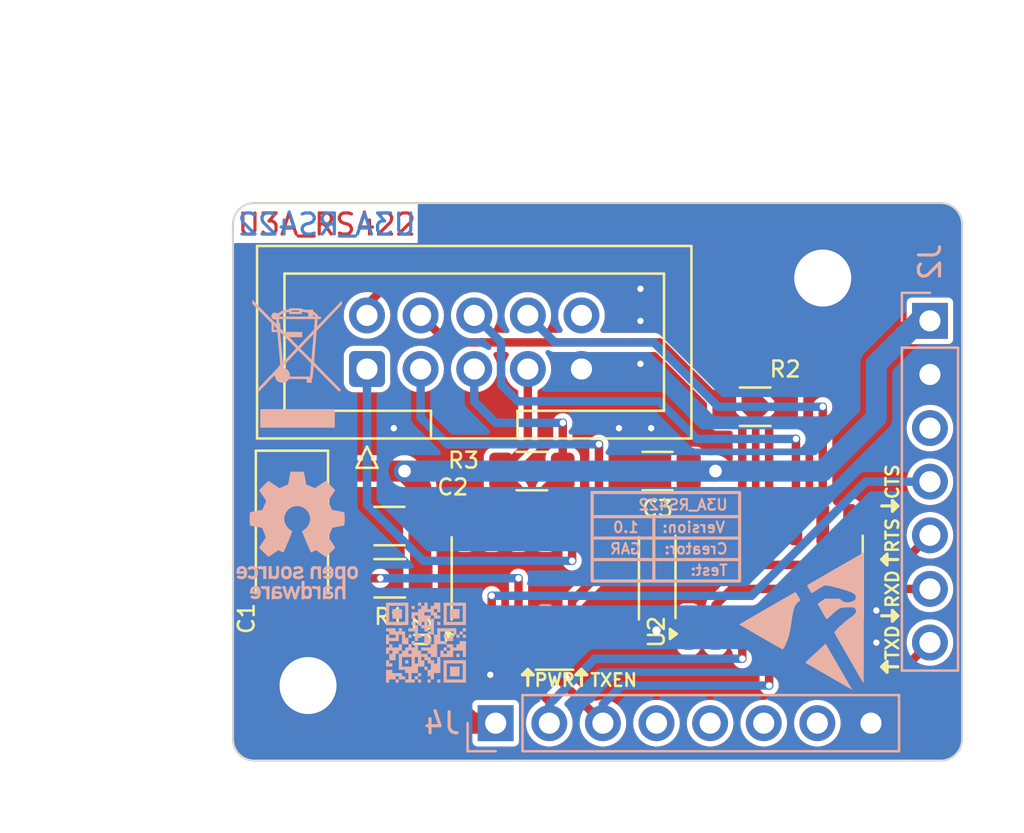
<source format=kicad_pcb>
(kicad_pcb (version 20221018) (generator pcbnew)
  (title_block (title "${acronym} - ${title}") (date "${date}") (rev "${revision}") (company "${company}") (comment 1 "${creator}") (comment 2 "${license}"))
  (layers (0 "F.Cu" signal) (31 "B.Cu" signal) (34 "B.Paste" user) (35 "F.Paste" user) (36 "B.SilkS" user "B.Silkscreen") (37 "F.SilkS" user "F.Silkscreen") (38 "B.Mask" user) (39 "F.Mask" user) (44 "Edge.Cuts" user))
  (property "acronym" "U3A_RS422")
  (property "company" "HTL-Rankweil")
  (property "creator" "GAR")
  (property "date" "1337-13-37")
  (property "license" "CC BY-NC-SA 4.0")
  (property "link" "github.com/htl-rankweil")
  (property "revision" "1.0")
  (property "title" "U3A - RS422-Adapter")
  (net 0 "")
  (net 1 "GND")
  (net 2 "/TXD-")
  (net 3 "VCC")
  (net 4 "/RXD-")
  (net 5 "/TXD+")
  (net 6 "/RXD+")
  (net 7 "/RTS-")
  (net 8 "/CTS-")
  (net 9 "/DTR")
  (net 10 "/DCR")
  (net 11 "/DCD")
  (net 12 "/RI")
  (net 13 "/CBUS2")
  (net 14 "/CBUS3")
  (net 15 "unconnected-(J2-Pin_3-Pad3)")
  (net 16 "/CTS")
  (net 17 "/RTS")
  (net 18 "/RXD")
  (net 19 "/TXD")
  (net 20 "/RTS+")
  (net 21 "/CTS+")
  (footprint "MountingHole:MountingHole_2.7mm_M2.5_Pad" (layer "F.Cu") (at 148.336 99.06)
    (fp_text reference "H1" hide)
    (fp_text value "MountingHole_Pad" hide)
    (pad "1" thru_hole circle (at 0 0) (size 5.4 5.4) (drill 2.7) (layers "*.Cu" "*.Mask") (net 1 "GND"))
  )
  (footprint "Resistor_SMD:R_1206_3216Metric" (layer "F.Cu") (at 158.9425 88.9 180)
    (fp_text reference "R3" (at 3.2405 0.508) (layer "F.SilkS") (effects (font (size 0.75 0.75) (thickness 0.12))))
    (fp_text value "120")
    (pad "1" smd roundrect (at -1.4625 0 180) (size 1.125 1.75) (layers "F.Cu" "F.Paste" "F.Mask") (roundrect_rratio 0.2222222222) (net 8 "/CTS-"))
    (pad "2" smd roundrect (at 1.4625 0 180) (size 1.125 1.75) (layers "F.Cu" "F.Paste" "F.Mask") (roundrect_rratio 0.2222222222) (net 21 "/CTS+"))
  )
  (footprint "Capacitor_SMD:C_1206_3216Metric" (layer "F.Cu") (at 164.895 88.9)
    (fp_text reference "C3" (at 0 1.778) (layer "F.SilkS") (effects (font (size 0.75 0.75) (thickness 0.12))))
    (fp_text value "100n")
    (pad "1" smd roundrect (at -1.475 0) (size 1.15 1.8) (layers "F.Cu" "F.Paste" "F.Mask") (roundrect_rratio 0.2173913043) (net 1 "GND"))
    (pad "2" smd roundrect (at 1.475 0) (size 1.15 1.8) (layers "F.Cu" "F.Paste" "F.Mask") (roundrect_rratio 0.2173913043) (net 3 "VCC"))
  )
  (footprint "Resistor_SMD:R_1206_3216Metric" (layer "F.Cu") (at 152.2075 93.98 180)
    (fp_text reference "R1" (at 0 -1.82) (layer "F.SilkS") (effects (font (size 0.75 0.75) (thickness 0.12))))
    (fp_text value "10k")
    (pad "1" smd roundrect (at -1.4625 0 180) (size 1.125 1.75) (layers "F.Cu" "F.Paste" "F.Mask") (roundrect_rratio 0.2222222222) (net 3 "VCC"))
    (pad "2" smd roundrect (at 1.4625 0 180) (size 1.125 1.75) (layers "F.Cu" "F.Paste" "F.Mask") (roundrect_rratio 0.2222222222) (net 14 "/CBUS3"))
  )
  (footprint "Capacitor_SMD:C_1206_3216Metric" (layer "F.Cu") (at 152.195 91.505)
    (fp_text reference "C2" (at 2.999 -1.843) (layer "F.SilkS") (effects (font (size 0.75 0.75) (thickness 0.12))))
    (fp_text value "100n")
    (pad "1" smd roundrect (at -1.475 0) (size 1.15 1.8) (layers "F.Cu" "F.Paste" "F.Mask") (roundrect_rratio 0.2173913043) (net 1 "GND"))
    (pad "2" smd roundrect (at 1.475 0) (size 1.15 1.8) (layers "F.Cu" "F.Paste" "F.Mask") (roundrect_rratio 0.2173913043) (net 3 "VCC"))
  )
  (footprint "Package_SO:SOIC-14_3.9x8.7mm_P1.27mm" (layer "F.Cu") (at 170.18 93.915 90)
    (fp_text reference "U2" (at -2.605 -5.334 90) (layer "F.SilkS") (effects (font (size 0.75 0.75) (thickness 0.12))))
    (fp_text value "THVD1452DR")
    (pad "1" smd roundrect (at -2.475 -3.81 90) (size 1.95 0.6) (layers "F.Cu" "F.Paste" "F.Mask"))
    (pad "2" smd roundrect (at -2.475 -2.54 90) (size 1.95 0.6) (layers "F.Cu" "F.Paste" "F.Mask") (net 18 "/RXD"))
    (pad "3" smd roundrect (at -2.475 -1.27 90) (size 1.95 0.6) (layers "F.Cu" "F.Paste" "F.Mask") (net 14 "/CBUS3"))
    (pad "4" smd roundrect (at -2.475 0 90) (size 1.95 0.6) (layers "F.Cu" "F.Paste" "F.Mask") (net 13 "/CBUS2"))
    (pad "5" smd roundrect (at -2.475 1.27 90) (size 1.95 0.6) (layers "F.Cu" "F.Paste" "F.Mask") (net 19 "/TXD"))
    (pad "6" smd roundrect (at -2.475 2.54 90) (size 1.95 0.6) (layers "F.Cu" "F.Paste" "F.Mask") (net 1 "GND"))
    (pad "7" smd roundrect (at -2.475 3.81 90) (size 1.95 0.6) (layers "F.Cu" "F.Paste" "F.Mask") (net 1 "GND"))
    (pad "8" smd roundrect (at 2.475 3.81 90) (size 1.95 0.6) (layers "F.Cu" "F.Paste" "F.Mask"))
    (pad "9" smd roundrect (at 2.475 2.54 90) (size 1.95 0.6) (layers "F.Cu" "F.Paste" "F.Mask") (net 5 "/TXD+"))
    (pad "10" smd roundrect (at 2.475 1.27 90) (size 1.95 0.6) (layers "F.Cu" "F.Paste" "F.Mask") (net 2 "/TXD-"))
    (pad "11" smd roundrect (at 2.475 0 90) (size 1.95 0.6) (layers "F.Cu" "F.Paste" "F.Mask") (net 4 "/RXD-"))
    (pad "12" smd roundrect (at 2.475 -1.27 90) (size 1.95 0.6) (layers "F.Cu" "F.Paste" "F.Mask") (net 6 "/RXD+"))
    (pad "13" smd roundrect (at 2.475 -2.54 90) (size 1.95 0.6) (layers "F.Cu" "F.Paste" "F.Mask") (net 3 "VCC"))
    (pad "14" smd roundrect (at 2.475 -3.81 90) (size 1.95 0.6) (layers "F.Cu" "F.Paste" "F.Mask") (net 3 "VCC"))
  )
  (footprint "Capacitor_Tantalum_SMD:CP_EIA-6032-28_Kemet-C" (layer "F.Cu") (at 147.574 91.694 -90)
    (fp_text reference "C1" (at 4.191 2.159 90) (layer "F.SilkS") (effects (font (size 0.75 0.75) (thickness 0.12))))
    (fp_text value "10u")
    (pad "1" smd roundrect (at -2.4625 0 270) (size 2.075 2.35) (layers "F.Cu" "F.Paste" "F.Mask") (roundrect_rratio 0.1204819277) (net 3 "VCC"))
    (pad "2" smd roundrect (at 2.4625 0 270) (size 2.075 2.35) (layers "F.Cu" "F.Paste" "F.Mask") (roundrect_rratio 0.1204819277) (net 1 "GND"))
  )
  (footprint "Connector_IDC:IDC-Header_2x05_P2.54mm_Vertical" (layer "F.Cu") (at 151.13 84.0645 90)
    (fp_text reference "J1" hide)
    (fp_text value "Conn_02x05_Odd_Even" hide)
    (pad "1" thru_hole roundrect (at 0 0 90) (size 1.7 1.7) (drill 1) (layers "*.Cu" "*.Mask") (roundrect_rratio 0.1470588235) (net 7 "/RTS-"))
    (pad "2" thru_hole circle (at 2.54 0 90) (size 1.7 1.7) (drill 1) (layers "*.Cu" "*.Mask") (net 4 "/RXD-"))
    (pad "3" thru_hole circle (at 0 2.54 90) (size 1.7 1.7) (drill 1) (layers "*.Cu" "*.Mask") (net 20 "/RTS+"))
    (pad "4" thru_hole circle (at 2.54 2.54 90) (size 1.7 1.7) (drill 1) (layers "*.Cu" "*.Mask") (net 6 "/RXD+"))
    (pad "5" thru_hole circle (at 0 5.08 90) (size 1.7 1.7) (drill 1) (layers "*.Cu" "*.Mask") (net 8 "/CTS-"))
    (pad "6" thru_hole circle (at 2.54 5.08 90) (size 1.7 1.7) (drill 1) (layers "*.Cu" "*.Mask") (net 2 "/TXD-"))
    (pad "7" thru_hole circle (at 0 7.62 90) (size 1.7 1.7) (drill 1) (layers "*.Cu" "*.Mask") (net 21 "/CTS+"))
    (pad "8" thru_hole circle (at 2.54 7.62 90) (size 1.7 1.7) (drill 1) (layers "*.Cu" "*.Mask") (net 5 "/TXD+"))
    (pad "9" thru_hole circle (at 0 10.16 90) (size 1.7 1.7) (drill 1) (layers "*.Cu" "*.Mask") (net 1 "GND"))
    (pad "10" thru_hole circle (at 2.54 10.16 90) (size 1.7 1.7) (drill 1) (layers "*.Cu" "*.Mask"))
  )
  (footprint "Package_SO:SOIC-14_3.9x8.7mm_P1.27mm" (layer "F.Cu") (at 159.5775 93.98 90)
    (fp_text reference "U3" (at -2.54 -5.8059 90) (layer "F.SilkS") (effects (font (size 0.75 0.75) (thickness 0.12))))
    (fp_text value "THVD1452DR")
    (pad "1" smd roundrect (at -2.475 -3.81 90) (size 1.95 0.6) (layers "F.Cu" "F.Paste" "F.Mask"))
    (pad "2" smd roundrect (at -2.475 -2.54 90) (size 1.95 0.6) (layers "F.Cu" "F.Paste" "F.Mask") (net 16 "/CTS"))
    (pad "3" smd roundrect (at -2.475 -1.27 90) (size 1.95 0.6) (layers "F.Cu" "F.Paste" "F.Mask") (net 14 "/CBUS3"))
    (pad "4" smd roundrect (at -2.475 0 90) (size 1.95 0.6) (layers "F.Cu" "F.Paste" "F.Mask") (net 13 "/CBUS2"))
    (pad "5" smd roundrect (at -2.475 1.27 90) (size 1.95 0.6) (layers "F.Cu" "F.Paste" "F.Mask") (net 17 "/RTS"))
    (pad "6" smd roundrect (at -2.475 2.54 90) (size 1.95 0.6) (layers "F.Cu" "F.Paste" "F.Mask") (net 1 "GND"))
    (pad "7" smd roundrect (at -2.475 3.81 90) (size 1.95 0.6) (layers "F.Cu" "F.Paste" "F.Mask") (net 1 "GND"))
    (pad "8" smd roundrect (at 2.475 3.81 90) (size 1.95 0.6) (layers "F.Cu" "F.Paste" "F.Mask"))
    (pad "9" smd roundrect (at 2.475 2.54 90) (size 1.95 0.6) (layers "F.Cu" "F.Paste" "F.Mask") (net 20 "/RTS+"))
    (pad "10" smd roundrect (at 2.475 1.27 90) (size 1.95 0.6) (layers "F.Cu" "F.Paste" "F.Mask") (net 7 "/RTS-"))
    (pad "11" smd roundrect (at 2.475 0 90) (size 1.95 0.6) (layers "F.Cu" "F.Paste" "F.Mask") (net 8 "/CTS-"))
    (pad "12" smd roundrect (at 2.475 -1.27 90) (size 1.95 0.6) (layers "F.Cu" "F.Paste" "F.Mask") (net 21 "/CTS+"))
    (pad "13" smd roundrect (at 2.475 -2.54 90) (size 1.95 0.6) (layers "F.Cu" "F.Paste" "F.Mask") (net 3 "VCC"))
    (pad "14" smd roundrect (at 2.475 -3.81 90) (size 1.95 0.6) (layers "F.Cu" "F.Paste" "F.Mask") (net 3 "VCC"))
  )
  (footprint "MountingHole:MountingHole_2.7mm_M2.5_Pad" (layer "F.Cu") (at 172.72 79.756)
    (fp_text reference "H2" hide)
    (fp_text value "MountingHole_Pad" hide)
    (pad "1" thru_hole circle (at 0 0) (size 5.4 5.4) (drill 2.7) (layers "*.Cu" "*.Mask") (net 1 "GND"))
  )
  (footprint "Resistor_SMD:R_1206_3216Metric" (layer "F.Cu") (at 169.5196 85.852 180)
    (fp_text reference "R2" (at -1.4224 1.778) (layer "F.SilkS") (effects (font (size 0.75 0.75) (thickness 0.12))))
    (fp_text value "120")
    (pad "1" smd roundrect (at -1.4625 0 180) (size 1.125 1.75) (layers "F.Cu" "F.Paste" "F.Mask") (roundrect_rratio 0.2222222222) (net 4 "/RXD-"))
    (pad "2" smd roundrect (at 1.4625 0 180) (size 1.125 1.75) (layers "F.Cu" "F.Paste" "F.Mask") (roundrect_rratio 0.2222222222) (net 6 "/RXD+"))
  )
  (footprint "Symbol:ESD-Logo_6.6x6mm_SilkScreen" (layer "B.Cu") (at 171.704 96.012 -90)
    (fp_text reference "FID1" hide)
    (fp_text value "ESD" hide)
  )
  (footprint "Symbol:WEEE-Logo_4.2x6mm_SilkScreen" (layer "B.Cu") (at 147.828 83.82 180)
    (fp_text reference "FID3" hide)
    (fp_text value "BIN" hide)
  )
  (footprint "Connector_PinSocket_2.54mm:PinSocket_1x08_P2.54mm_Vertical" (layer "B.Cu") (at 157.226 100.843618 -90)
    (fp_text reference "J4" (at 0 2.54 -180) (layer "B.SilkS") (effects (justify mirror)))
    (fp_text value "Conn_01x08_Socket" hide)
    (pad "1" thru_hole rect locked (at 0 0 270) (size 1.7 1.7) (drill 1) (layers "*.Cu" "*.Mask") (net 3 "VCC"))
    (pad "2" thru_hole oval locked (at 0 -2.54 270) (size 1.7 1.7) (drill 1) (layers "*.Cu" "*.Mask") (net 14 "/CBUS3"))
    (pad "3" thru_hole oval locked (at 0 -5.08 270) (size 1.7 1.7) (drill 1) (layers "*.Cu" "*.Mask") (net 13 "/CBUS2"))
    (pad "4" thru_hole oval locked (at 0 -7.62 270) (size 1.7 1.7) (drill 1) (layers "*.Cu" "*.Mask") (net 11 "/DCD"))
    (pad "5" thru_hole oval locked (at 0 -10.16 270) (size 1.7 1.7) (drill 1) (layers "*.Cu" "*.Mask") (net 9 "/DTR"))
    (pad "6" thru_hole oval locked (at 0 -12.7 270) (size 1.7 1.7) (drill 1) (layers "*.Cu" "*.Mask") (net 10 "/DCR"))
    (pad "7" thru_hole oval locked (at 0 -15.24 270) (size 1.7 1.7) (drill 1) (layers "*.Cu" "*.Mask") (net 12 "/RI"))
    (pad "8" thru_hole oval locked (at 0 -17.78 270) (size 1.7 1.7) (drill 1) (layers "*.Cu" "*.Mask") (net 1 "GND"))
  )
  (footprint "Connector_PinSocket_2.54mm:PinSocket_1x07_P2.54mm_Vertical" (layer "B.Cu") (at 177.8 81.783 180)
    (fp_text reference "J2" (at 0 2.789 90) (layer "B.SilkS") (effects (justify mirror)))
    (fp_text value "Conn_01x07_Socket" hide)
    (pad "1" thru_hole rect locked (at 0 0 180) (size 1.7 1.7) (drill 1) (layers "*.Cu" "*.Mask") (net 3 "VCC"))
    (pad "2" thru_hole oval locked (at 0 -2.54 180) (size 1.7 1.7) (drill 1) (layers "*.Cu" "*.Mask") (net 1 "GND"))
    (pad "3" thru_hole oval locked (at 0 -5.08 180) (size 1.7 1.7) (drill 1) (layers "*.Cu" "*.Mask") (net 15 "unconnected-(J2-Pin_3-Pad3)"))
    (pad "4" thru_hole oval locked (at 0 -7.62 180) (size 1.7 1.7) (drill 1) (layers "*.Cu" "*.Mask") (net 16 "/CTS"))
    (pad "5" thru_hole oval locked (at 0 -10.16 180) (size 1.7 1.7) (drill 1) (layers "*.Cu" "*.Mask") (net 17 "/RTS"))
    (pad "6" thru_hole oval locked (at 0 -12.7 180) (size 1.7 1.7) (drill 1) (layers "*.Cu" "*.Mask") (net 18 "/RXD"))
    (pad "7" thru_hole oval locked (at 0 -15.24 180) (size 1.7 1.7) (drill 1) (layers "*.Cu" "*.Mask") (net 19 "/TXD"))
  )
  (footprint "Symbol:OSHW-Logo_5.7x6mm_SilkScreen" (layer "B.Cu") (at 147.828 91.948 180)
    (fp_text reference "FID2" hide)
    (fp_text value "OH" hide)
  )
  (footprint "Images:QR_0x007e_very_small" (layer "B.Cu") (at 153.924 97.028 180)
    (fp_text reference "FID4" hide)
    (fp_text value "QR" hide)
  )
  (gr_line (start 164.719 94.107) (end 164.719 91.059) (stroke (width 0.15)) (layer "B.SilkS"))
  (gr_line (start 161.798 93.091) (end 168.783 93.091) (stroke (width 0.15)) (layer "B.SilkS"))
  (gr_line (start 161.798 92.075) (end 168.783 92.075) (stroke (width 0.15)) (layer "B.SilkS"))
  (gr_rect (start 161.798 89.916) (end 168.783 94.107) (stroke (width 0.15)) (fill none) (layer "B.SilkS"))
  (gr_line (start 161.798 91.059) (end 168.783 91.059) (stroke (width 0.15)) (layer "B.SilkS"))
  (gr_line (start 175.514 98.171) (end 175.768 97.917) (stroke (width 0.15)) (layer "F.SilkS"))
  (gr_line (start 161.29 98.298) (end 161.544 98.552) (stroke (width 0.15)) (layer "F.SilkS"))
  (gr_line (start 175.768 98.425) (end 175.514 98.171) (stroke (width 0.15)) (layer "F.SilkS"))
  (gr_line (start 176.022 90.805) (end 176.022 90.297) (stroke (width 0.15)) (layer "F.SilkS"))
  (gr_line (start 176.022 90.297) (end 176.276 90.551) (stroke (width 0.15)) (layer "F.SilkS"))
  (gr_line (start 161.29 98.298) (end 161.036 98.552) (stroke (width 0.15)) (layer "F.SilkS"))
  (gr_line (start 158.75 99.06) (end 158.75 98.298) (stroke (width 0.15)) (layer "F.SilkS"))
  (gr_line (start 161.036 98.552) (end 161.29 98.298) (stroke (width 0.15)) (layer "F.SilkS"))
  (gr_line (start 175.514 93.091) (end 175.768 92.837) (stroke (width 0.15)) (layer "F.SilkS"))
  (gr_line (start 158.496 98.552) (end 158.75 98.298) (stroke (width 0.15)) (layer "F.SilkS"))
  (gr_line (start 175.514 98.171) (end 175.768 98.425) (stroke (width 0.15)) (layer "F.SilkS"))
  (gr_line (start 158.75 98.298) (end 158.496 98.552) (stroke (width 0.15)) (layer "F.SilkS"))
  (gr_line (start 175.514 95.758) (end 176.276 95.758) (stroke (width 0.15)) (layer "F.SilkS"))
  (gr_line (start 176.022 96.012) (end 176.022 95.504) (stroke (width 0.15)) (layer "F.SilkS"))
  (gr_line (start 175.768 93.345) (end 175.514 93.091) (stroke (width 0.15)) (layer "F.SilkS"))
  (gr_line (start 175.514 90.551) (end 176.276 90.551) (stroke (width 0.15)) (layer "F.SilkS"))
  (gr_line (start 158.75 98.298) (end 159.004 98.552) (stroke (width 0.15)) (layer "F.SilkS"))
  (gr_line (start 176.276 98.171) (end 175.514 98.171) (stroke (width 0.15)) (layer "F.SilkS"))
  (gr_line (start 161.29 99.06) (end 161.29 98.298) (stroke (width 0.15)) (layer "F.SilkS"))
  (gr_line (start 176.276 95.758) (end 176.022 96.012) (stroke (width 0.15)) (layer "F.SilkS"))
  (gr_line (start 175.768 92.837) (end 175.768 93.345) (stroke (width 0.15)) (layer "F.SilkS"))
  (gr_line (start 176.022 95.504) (end 176.276 95.758) (stroke (width 0.15)) (layer "F.SilkS"))
  (gr_line (start 175.768 97.917) (end 175.768 98.425) (stroke (width 0.15)) (layer "F.SilkS"))
  (gr_line (start 161.544 98.552) (end 161.036 98.552) (stroke (width 0.15)) (layer "F.SilkS"))
  (gr_line (start 176.276 93.091) (end 175.514 93.091) (stroke (width 0.15)) (layer "F.SilkS"))
  (gr_line (start 176.276 90.551) (end 176.022 90.805) (stroke (width 0.15)) (layer "F.SilkS"))
  (gr_line (start 159.004 98.552) (end 158.496 98.552) (stroke (width 0.15)) (layer "F.SilkS"))
  (gr_arc (start 179.324 101.6) (mid 179.02642 102.31842) (end 178.308 102.616) (stroke (width 0.1)) (layer "Edge.Cuts"))
  (gr_line (start 178.308 76.2) (end 145.796 76.2) (stroke (width 0.1)) (layer "Edge.Cuts"))
  (gr_arc (start 144.78 77.216) (mid 145.07758 76.49758) (end 145.796 76.2) (stroke (width 0.1)) (layer "Edge.Cuts"))
  (gr_line (start 179.324 101.6) (end 179.324 77.216) (stroke (width 0.1)) (layer "Edge.Cuts"))
  (gr_arc (start 178.308 76.2) (mid 179.02642 76.49758) (end 179.324 77.216) (stroke (width 0.1)) (layer "Edge.Cuts"))
  (gr_line (start 145.796 102.616) (end 178.308 102.616) (stroke (width 0.1)) (layer "Edge.Cuts"))
  (gr_line (start 144.78 77.216) (end 144.78 101.6) (stroke (width 0.1)) (layer "Edge.Cuts"))
  (gr_arc (start 145.796 102.616) (mid 145.07758 102.31842) (end 144.78 101.6) (stroke (width 0.1)) (layer "Edge.Cuts"))
  (gr_text "${acronym}" (at 149.225 77.216) (layer "F.Cu") (effects (font (size 1 1))))
  (gr_text "${acronym}" (at 149.225 77.216) (layer "B.Cu") (effects (font (size 1 1)) (justify mirror)))
  (gr_text "Test:" (at 168.275 93.599) (layer "B.SilkS") (effects (font (size 0.5 0.5) (thickness 0.1) bold) (justify left mirror)))
  (gr_text "Creator:   ${creator}" (at 168.275 92.583) (layer "B.SilkS") (effects (font (size 0.5 0.5) (thickness 0.1) bold) (justify left mirror)))
  (gr_text "${acronym}" (at 168.275 90.5002) (layer "B.SilkS") (effects (font (size 0.5 0.5) (thickness 0.1) bold) (justify left mirror)))
  (gr_text "Version:   ${revision}\n" (at 168.148 91.567) (layer "B.SilkS") (effects (font (size 0.5 0.5) (thickness 0.1) bold) (justify left mirror)))
  (gr_text "RXD" (at 176.022 94.488 90) (layer "F.SilkS") (effects (font (size 0.6 0.6) (thickness 0.12) bold)))
  (gr_text "CTS" (at 176.022 89.408 90) (layer "F.SilkS") (effects (font (size 0.6 0.6) (thickness 0.12) bold)))
  (gr_text "TXEN" (at 162.814 98.806) (layer "F.SilkS") (effects (font (size 0.6 0.6) (thickness 0.12) bold)))
  (gr_text "TXD" (at 176.022 97.028 90) (layer "F.SilkS") (effects (font (size 0.6 0.6) (thickness 0.12) bold)))
  (gr_text "RTS" (at 176.022 91.948 90) (layer "F.SilkS") (effects (font (size 0.6 0.6) (thickness 0.12) bold)))
  (gr_text "~{PWR}" (at 160.02 98.806) (layer "F.SilkS") (effects (font (size 0.6 0.6) (thickness 0.12) bold)))
  (via (at 156.972 98.552) (size 0.4) (drill 0.3) (layers "F.Cu" "B.Cu") (net 1))
  (via (at 175.26 97.028) (size 0.4) (drill 0.3) (layers "F.Cu" "B.Cu") (net 1))
  (via (at 163.068 86.868) (size 0.4) (drill 0.3) (layers "F.Cu" "B.Cu") (net 1))
  (via (at 164.084 81.788) (size 0.4) (drill 0.3) (layers "F.Cu" "B.Cu") (net 1))
  (via (at 152.4 86.868) (size 0.4) (drill 0.3) (layers "F.Cu" "B.Cu") (net 1))
  (via (at 164.846 96.455) (size 0.6) (drill 0.4) (layers "F.Cu" "B.Cu") (net 1))
  (via (at 164.084 80.264) (size 0.4) (drill 0.3) (layers "F.Cu" "B.Cu") (net 1))
  (via (at 175.26 95.504) (size 0.4) (drill 0.3) (layers "F.Cu" "B.Cu") (net 1))
  (via (at 164.592 86.868) (size 0.4) (drill 0.3) (layers "F.Cu" "B.Cu") (net 1))
  (via (at 164.084 83.82) (size 0.4) (drill 0.3) (layers "F.Cu" "B.Cu") (net 1))
  (segment (start 171.45 91.44) (end 171.45 87.376) (width 0.4) (layer "F.Cu") (net 2))
  (via (at 171.45 87.376) (size 0.4) (drill 0.3) (layers "F.Cu" "B.Cu") (net 2))
  (segment (start 164.973 85.598) (end 158.282 85.598) (width 0.4) (layer "B.Cu") (net 2))
  (segment (start 157.48 82.7945) (end 156.21 81.5245) (width 0.4) (layer "B.Cu") (net 2))
  (segment (start 158.282 85.598) (end 157.48 84.796) (width 0.4) (layer "B.Cu") (net 2))
  (segment (start 166.751 87.376) (end 164.973 85.598) (width 0.4) (layer "B.Cu") (net 2))
  (segment (start 171.45 87.376) (end 166.751 87.376) (width 0.4) (layer "B.Cu") (net 2))
  (segment (start 157.48 84.796) (end 157.48 82.7945) (width 0.4) (layer "B.Cu") (net 2))
  (segment (start 153.67 89.662) (end 153.67 91.505) (width 1) (layer "F.Cu") (net 3))
  (segment (start 167.64 91.44) (end 166.37 91.44) (width 0.4) (layer "F.Cu") (net 3))
  (segment (start 166.37 88.9) (end 167.64 88.9) (width 1) (layer "F.Cu") (net 3))
  (segment (start 156.088618 100.843618) (end 153.67 98.425) (width 1) (layer "F.Cu") (net 3))
  (segment (start 157.226 100.843618) (end 156.088618 100.843618) (width 1) (layer "F.Cu") (net 3))
  (segment (start 153.67 93.98) (end 153.67 91.505) (width 1) (layer "F.Cu") (net 3))
  (segment (start 155.7675 91.505) (end 153.67 91.505) (width 0.4) (layer "F.Cu") (net 3))
  (segment (start 153.67 98.425) (end 153.67 93.98) (width 1) (layer "F.Cu") (net 3))
  (segment (start 157.0375 91.505) (end 155.7675 91.505) (width 0.4) (layer "F.Cu") (net 3))
  (segment (start 166.37 91.44) (end 166.37 88.9) (width 0.4) (layer "F.Cu") (net 3))
  (segment (start 152.908 88.9) (end 147.9055 88.9) (width 1) (layer "F.Cu") (net 3))
  (segment (start 152.908 88.9) (end 153.67 89.662) (width 1) (layer "F.Cu") (net 3))
  (segment (start 147.9055 88.9) (end 147.574 89.2315) (width 1) (layer "F.Cu") (net 3))
  (via (at 167.64 88.9) (size 1) (drill 0.6) (layers "F.Cu" "B.Cu") (net 3))
  (via (at 152.908 88.9) (size 1) (drill 0.6) (layers "F.Cu" "B.Cu") (net 3))
  (segment (start 177.297 81.783) (end 177.8 81.783) (width 1) (layer "B.Cu") (net 3))
  (segment (start 175.26 83.82) (end 177.297 81.783) (width 1) (layer "B.Cu") (net 3))
  (segment (start 172.72 88.9) (end 175.26 86.36) (width 1) (layer "B.Cu") (net 3))
  (segment (start 167.64 88.9) (end 172.72 88.9) (width 1) (layer "B.Cu") (net 3))
  (segment (start 152.908 88.9) (end 167.64 88.9) (width 1) (layer "B.Cu") (net 3))
  (segment (start 175.26 86.36) (end 175.26 83.82) (width 1) (layer "B.Cu") (net 3))
  (segment (start 151.13 81.02125) (end 151.13 81.5245) (width 0.4) (layer "F.Cu") (net 4))
  (segment (start 170.18 86.6541) (end 170.9821 85.852) (width 0.4) (layer "F.Cu") (net 4))
  (segment (start 170.18 91.44) (end 170.18 86.6541) (width 0.4) (layer "F.Cu") (net 4))
  (segment (start 170.9821 85.852) (end 164.3781 79.248) (width 0.4) (layer "F.Cu") (net 4))
  (segment (start 164.3781 79.248) (end 152.90325 79.248) (width 0.4) (layer "F.Cu") (net 4))
  (segment (start 152.90325 79.248) (end 151.13 81.02125) (width 0.4) (layer "F.Cu") (net 4))
  (segment (start 172.72 91.44) (end 172.72 85.852) (width 0.4) (layer "F.Cu") (net 5))
  (via (at 172.72 85.852) (size 0.4) (drill 0.3) (layers "F.Cu" "B.Cu") (net 5))
  (segment (start 160.0295 82.804) (end 158.75 81.5245) (width 0.4) (layer "B.Cu") (net 5))
  (segment (start 167.767 85.852) (end 164.719 82.804) (width 0.4) (layer "B.Cu") (net 5))
  (segment (start 172.72 85.852) (end 167.767 85.852) (width 0.4) (layer "B.Cu") (net 5))
  (segment (start 164.719 82.804) (end 160.0295 82.804) (width 0.4) (layer "B.Cu") (net 5))
  (segment (start 168.91 86.7049) (end 168.0571 85.852) (width 0.4) (layer "F.Cu") (net 6))
  (segment (start 165.0091 82.804) (end 154.9495 82.804) (width 0.4) (layer "F.Cu") (net 6))
  (segment (start 154.9495 82.804) (end 153.67 81.5245) (width 0.4) (layer "F.Cu") (net 6))
  (segment (start 168.91 91.44) (end 168.91 86.7049) (width 0.4) (layer "F.Cu") (net 6))
  (segment (start 168.0571 85.852) (end 165.0091 82.804) (width 0.4) (layer "F.Cu") (net 6))
  (segment (start 153.67 81.02125) (end 153.67 81.5245) (width 0.4) (layer "B.Cu") (net 6))
  (segment (start 153.71 81.5245) (end 153.67 81.5245) (width 0.4) (layer "B.Cu") (net 6))
  (segment (start 160.8475 91.505) (end 160.8475 93.1525) (width 0.4) (layer "F.Cu") (net 7))
  (via (at 160.8475 93.1525) (size 0.4) (drill 0.3) (layers "F.Cu" "B.Cu") (net 7))
  (segment (start 151.13 84.0645) (end 151.13 90.4875) (width 0.4) (layer "B.Cu") (net 7))
  (segment (start 153.795 93.1525) (end 160.8475 93.1525) (width 0.4) (layer "B.Cu") (net 7))
  (segment (start 151.13 90.4875) (end 153.795 93.1525) (width 0.4) (layer "B.Cu") (net 7))
  (segment (start 159.5775 89.7275) (end 160.405 88.9) (width 0.4) (layer "F.Cu") (net 8))
  (segment (start 159.5775 91.505) (end 159.5775 89.7275) (width 0.4) (layer "F.Cu") (net 8))
  (segment (start 160.405 88.9) (end 160.405 86.614) (width 0.4) (layer "F.Cu") (net 8))
  (via (at 160.405 86.614) (size 0.4) (drill 0.3) (layers "F.Cu" "B.Cu") (net 8))
  (segment (start 156.21 85.598) (end 156.21 84.0645) (width 0.4) (layer "B.Cu") (net 8))
  (segment (start 160.405 86.614) (end 157.226 86.614) (width 0.4) (layer "B.Cu") (net 8))
  (segment (start 157.226 86.614) (end 156.21 85.598) (width 0.4) (layer "B.Cu") (net 8))
  (segment (start 172.466 100.33) (end 172.466 100.843618) (width 0.4) (layer "B.Cu") (net 12))
  (segment (start 159.5775 98.1095) (end 162.306 100.838) (width 0.4) (layer "F.Cu") (net 13))
  (segment (start 159.5775 96.455) (end 159.5775 98.1095) (width 0.4) (layer "F.Cu") (net 13))
  (segment (start 162.306 100.838) (end 162.306 100.843618) (width 0.4) (layer "F.Cu") (net 13))
  (segment (start 170.18 96.39) (end 170.18 99.06) (width 0.4) (layer "F.Cu") (net 13))
  (via (at 170.18 99.06) (size 0.4) (drill 0.3) (layers "F.Cu" "B.Cu") (net 13))
  (segment (start 163.195 99.06) (end 162.306 99.949) (width 0.4) (layer "B.Cu") (net 13))
  (segment (start 162.306 99.949) (end 162.306 100.843618) (width 0.4) (layer "B.Cu") (net 13))
  (segment (start 170.18 99.06) (end 163.195 99.06) (width 0.4) (layer "B.Cu") (net 13))
  (segment (start 150.745 93.98) (end 151.765 93.98) (width 0.4) (layer "F.Cu") (net 14))
  (segment (start 158.3075 93.98) (end 158.3075 96.455) (width 0.4) (layer "F.Cu") (net 14))
  (segment (start 168.91 96.39) (end 168.91 97.79) (width 0.4) (layer "F.Cu") (net 14))
  (segment (start 159.766 99.822) (end 159.766 100.843618) (width 0.4) (layer "F.Cu") (net 14))
  (segment (start 158.3075 96.455) (end 158.3075 98.3635) (width 0.4) (layer "F.Cu") (net 14))
  (segment (start 158.3075 98.3635) (end 159.766 99.822) (width 0.4) (layer "F.Cu") (net 14))
  (via (at 168.91 97.79) (size 0.4) (drill 0.3) (layers "F.Cu" "B.Cu") (net 14))
  (via (at 151.765 93.98) (size 0.4) (drill 0.3) (layers "F.Cu" "B.Cu") (net 14))
  (via (at 158.3075 93.98) (size 0.4) (drill 0.3) (layers "F.Cu" "B.Cu") (net 14))
  (segment (start 151.765 93.98) (end 158.3075 93.98) (width 0.4) (layer "B.Cu") (net 14))
  (segment (start 161.925 97.79) (end 168.91 97.79) (width 0.4) (layer "B.Cu") (net 14))
  (segment (start 159.766 100.843618) (end 159.766 99.949) (width 0.4) (layer "B.Cu") (net 14))
  (segment (start 159.766 99.949) (end 161.925 97.79) (width 0.4) (layer "B.Cu") (net 14))
  (segment (start 177.795 86.868) (end 177.8 86.863) (width 0.4) (layer "B.Cu") (net 15))
  (segment (start 157.0375 96.455) (end 157.0375 94.8075) (width 0.4) (layer "F.Cu") (net 16))
  (segment (start 177.795 89.408) (end 177.8 89.403) (width 0.4) (layer "F.Cu") (net 16))
  (via (at 157.0375 94.8075) (size 0.4) (drill 0.3) (layers "F.Cu" "B.Cu") (net 16))
  (segment (start 169.3525 94.8075) (end 174.757 89.403) (width 0.4) (layer "B.Cu") (net 16))
  (segment (start 157.0375 94.8075) (end 169.3525 94.8075) (width 0.4) (layer "B.Cu") (net 16))
  (segment (start 174.757 89.403) (end 177.8 89.403) (width 0.4) (layer "B.Cu") (net 16))
  (segment (start 160.8475 95.0575) (end 162.56 93.345) (width 0.4) (layer "F.Cu") (net 17))
  (segment (start 162.56 93.345) (end 176.398 93.345) (width 0.4) (layer "F.Cu") (net 17))
  (segment (start 176.398 93.345) (end 177.8 91.943) (width 0.4) (layer "F.Cu") (net 17))
  (segment (start 160.8475 96.455) (end 160.8475 95.0575) (width 0.4) (layer "F.Cu") (net 17))
  (segment (start 167.64 95.25) (end 167.64 96.39) (width 0.4) (layer "F.Cu") (net 18))
  (segment (start 168.407 94.483) (end 167.64 95.25) (width 0.4) (layer "F.Cu") (net 18))
  (segment (start 177.8 94.483) (end 168.407 94.483) (width 0.4) (layer "F.Cu") (net 18))
  (segment (start 177.795 94.488) (end 177.8 94.483) (width 0.4) (layer "B.Cu") (net 18))
  (segment (start 172.085 98.425) (end 171.45 97.79) (width 0.4) (layer "F.Cu") (net 19))
  (segment (start 176.398 98.425) (end 172.085 98.425) (width 0.4) (layer "F.Cu") (net 19))
  (segment (start 177.8 97.023) (end 176.398 98.425) (width 0.4) (layer "F.Cu") (net 19))
  (segment (start 171.45 97.79) (end 171.45 96.39) (width 0.4) (layer "F.Cu") (net 19))
  (segment (start 177.795 97.028) (end 177.8 97.023) (width 0.4) (layer "B.Cu") (net 19))
  (segment (start 162.1175 91.505) (end 162.1175 87.63) (width 0.4) (layer "F.Cu") (net 20))
  (via (at 162.1175 87.63) (size 0.4) (drill 0.3) (layers "F.Cu" "B.Cu") (net 20))
  (segment (start 153.67 86.36) (end 153.67 84.0645) (width 0.4) (layer "B.Cu") (net 20))
  (segment (start 162.1175 87.63) (end 154.94 87.63) (width 0.4) (layer "B.Cu") (net 20))
  (segment (start 154.94 87.63) (end 153.67 86.36) (width 0.4) (layer "B.Cu") (net 20))
  (segment (start 158.3075 91.505) (end 158.3075 89.7275) (width 0.4) (layer "F.Cu") (net 21))
  (segment (start 158.75 87.63) (end 157.48 88.9) (width 0.4) (layer "F.Cu") (net 21))
  (segment (start 158.3075 89.7275) (end 157.48 88.9) (width 0.4) (layer "F.Cu") (net 21))
  (segment (start 158.75 84.0645) (end 158.75 87.63) (width 0.4) (layer "F.Cu") (net 21))
  (zone (net 1) (net_name "GND") (layers "F&B.Cu") (connect_pads yes (clearance 0.254)) (min_thickness 0.254) (fill yes (thermal_gap 0.5) (thermal_bridge_width 0.5))
    (polygon (pts (xy 179.324 76.2) (xy 179.324 102.616) (xy 144.78 102.616) (xy 144.78 76.2)))
  )
)
</source>
